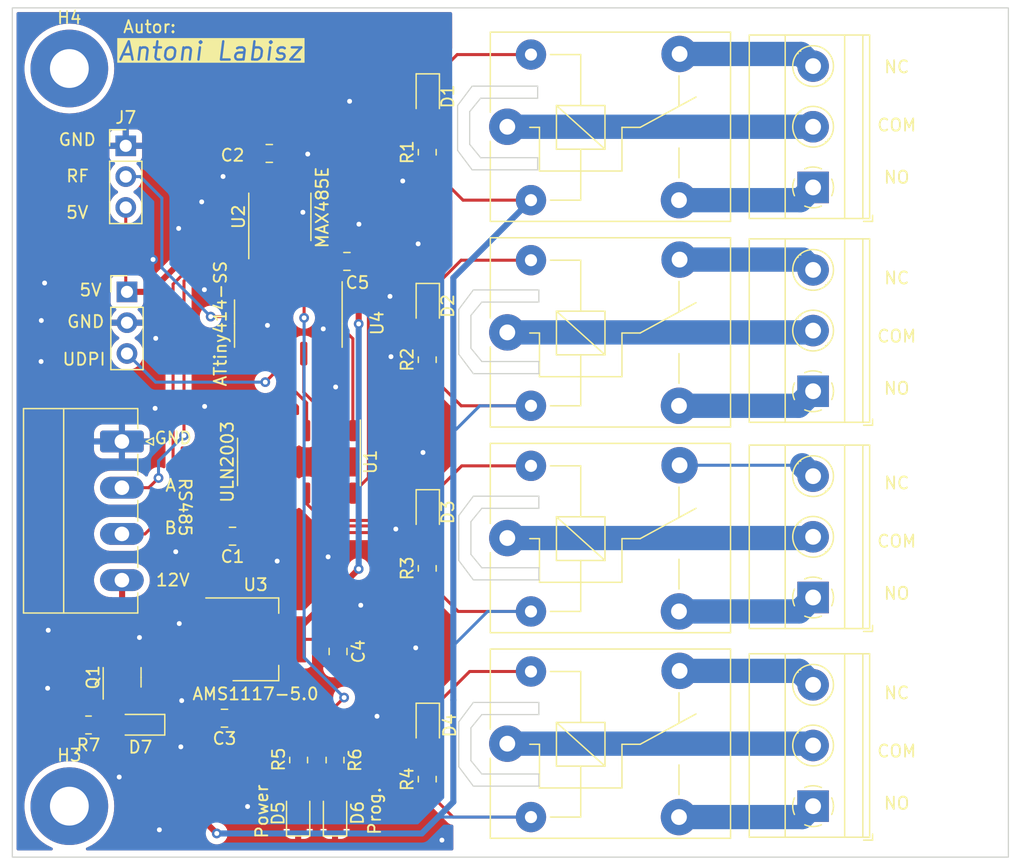
<source format=kicad_pcb>
(kicad_pcb (version 20221018) (generator pcbnew)
  (layers (0 "F.Cu" signal) (31 "B.Cu" signal) (34 "B.Paste" user) (35 "F.Paste" user) (36 "B.SilkS" user "B.Silkscreen") (37 "F.SilkS" user "F.Silkscreen") (38 "B.Mask" user) (39 "F.Mask" user) (44 "Edge.Cuts" user))
  (net 0 "")
  (net 1 "+12V")
  (net 2 "GND")
  (net 3 "+5V")
  (net 4 "A5")
  (net 5 "K3")
  (net 6 "Net-(D1-A)")
  (net 7 "K1")
  (net 8 "Net-(D2-A)")
  (net 9 "K4")
  (net 10 "Net-(D3-A)")
  (net 11 "K2")
  (net 12 "Net-(D4-A)")
  (net 13 "Net-(D5-A)")
  (net 14 "Net-(D6-A)")
  (net 15 "Net-(J1-Pin_1)")
  (net 16 "Net-(J1-Pin_2)")
  (net 17 "Net-(J1-Pin_3)")
  (net 18 "Net-(J2-Pin_1)")
  (net 19 "Net-(J2-Pin_2)")
  (net 20 "Net-(J2-Pin_3)")
  (net 21 "Net-(J3-Pin_1)")
  (net 22 "Net-(J3-Pin_2)")
  (net 23 "Net-(J3-Pin_3)")
  (net 24 "Net-(J4-Pin_1)")
  (net 25 "Net-(J4-Pin_2)")
  (net 26 "Net-(J4-Pin_3)")
  (net 27 "A")
  (net 28 "B")
  (net 29 "UDPI")
  (net 30 "A1")
  (net 31 "A2")
  (net 32 "A3")
  (net 33 "A4")
  (net 40 "RX")
  (net 41 "RE{slash}DE")
  (net 42 "TX")
  (net 45 "RF")
  (net 46 "Net-(D7-A)")
  (net 47 "+12VA")
  (footprint "MountingHole:MountingHole_3.2mm_M3_Pad_TopBottom" (layer "F.Cu") (at 178.35 110.35)
    (fp_text reference "H3")
    (fp_text value "MountingHole")
  )
  (footprint "MountingHole:MountingHole_3.2mm_M3" (layer "F.Cu") (at 251.9 49.55)
    (fp_text reference "H1")
    (fp_text value "MountingHole")
  )
  (footprint "Relay_THT:Relay_SPDT_SANYOU_SRD_Series_Form_C" (layer "F.Cu") (at 214.45 88.25)
    (fp_text reference "K3")
    (fp_text value "SANYOU_SRD_Form_C")
  )
  (footprint "Capacitor_SMD:C_0805_2012Metric_Pad1.18x1.45mm_HandSolder" (layer "F.Cu") (at 191.8 88.1 180)
    (fp_text reference "C1")
    (fp_text value "100n")
  )
  (footprint "Capacitor_SMD:C_0805_2012Metric_Pad1.18x1.45mm_HandSolder" (layer "F.Cu") (at 194.83 56.55 180)
    (fp_text reference "C2")
    (fp_text value "100n")
  )
  (footprint "LED_SMD:LED_0805_2012Metric_Pad1.15x1.40mm_HandSolder" (layer "F.Cu") (at 207.895 69.125 -90)
    (fp_text reference "D2")
    (fp_text value "LED_Small")
  )
  (footprint "MountingHole:MountingHole_3.2mm_M3" (layer "F.Cu") (at 251.9 110.35)
    (fp_text reference "H2")
    (fp_text value "MountingHole")
  )
  (footprint "LED_SMD:LED_0805_2012Metric_Pad1.15x1.40mm_HandSolder" (layer "F.Cu") (at 207.895 51.85 -90)
    (fp_text reference "D1")
    (fp_text value "LED_Small")
  )
  (footprint "Package_SO:SOIC-14_3.9x8.7mm_P1.27mm" (layer "F.Cu") (at 196.4 70.575 -90)
    (fp_text reference "U4")
    (fp_text value "ATtiny414-SS")
  )
  (footprint "Package_TO_SOT_SMD:SOT-23-3" (layer "F.Cu") (at 182.7 99.73 90)
    (fp_text reference "Q1")
    (fp_text value "AO3407A")
  )
  (footprint "LED_SMD:LED_0805_2012Metric_Pad1.15x1.40mm_HandSolder" (layer "F.Cu") (at 207.895 86.125 -90)
    (fp_text reference "D3")
    (fp_text value "LED_Small")
  )
  (footprint "Resistor_SMD:R_0805_2012Metric_Pad1.20x1.40mm_HandSolder" (layer "F.Cu") (at 197.25 106.55 -90)
    (fp_text reference "R5")
    (fp_text value "1k")
  )
  (footprint "Capacitor_SMD:C_0805_2012Metric_Pad1.18x1.45mm_HandSolder" (layer "F.Cu") (at 201.23 65.45 180)
    (fp_text reference "C5")
    (fp_text value "100n")
  )
  (footprint "Package_TO_SOT_SMD:SOT-223-3_TabPin2" (layer "F.Cu") (at 193.7 96.6)
    (fp_text reference "U3")
    (fp_text value "AMS1117-5.0")
  )
  (footprint "TerminalBlock_Phoenix:TerminalBlock_Phoenix_MKDS-1,5-3_1x03_P5.00mm_Horizontal" (layer "F.Cu") (at 239.655 93.15 90)
    (fp_text reference "J3")
    (fp_text value "Screw_Terminal_01x03")
  )
  (footprint "Package_SO:SO-8_3.9x4.9mm_P1.27mm" (layer "F.Cu") (at 195.7 61.775 90)
    (fp_text reference "U2")
    (fp_text value "MAX485E")
  )
  (footprint "Connector_PinHeader_2.54mm:PinHeader_1x03_P2.54mm_Vertical" (layer "F.Cu") (at 183.1 67.96)
    (fp_text reference "J6")
    (fp_text value "Conn_01x03")
  )
  (footprint "Relay_THT:Relay_SPDT_SANYOU_SRD_Series_Form_C" (layer "F.Cu") (at 214.45 71.3)
    (fp_text reference "K2")
    (fp_text value "SANYOU_SRD_Form_C")
  )
  (footprint "Relay_THT:Relay_SPDT_SANYOU_SRD_Series_Form_C" (layer "F.Cu") (at 214.45 105.2)
    (fp_text reference "K4")
    (fp_text value "SANYOU_SRD_Form_C")
  )
  (footprint "TerminalBlock_Phoenix:TerminalBlock_Phoenix_MKDS-1,5-3_1x03_P5.00mm_Horizontal" (layer "F.Cu") (at 239.655 110.35 90)
    (fp_text reference "J4")
    (fp_text value "Screw_Terminal_01x03")
  )
  (footprint "Resistor_SMD:R_0805_2012Metric_Pad1.20x1.40mm_HandSolder" (layer "F.Cu") (at 200.25 106.55 -90)
    (fp_text reference "R6")
    (fp_text value "1k")
  )
  (footprint "Resistor_SMD:R_0805_2012Metric_Pad1.20x1.40mm_HandSolder" (layer "F.Cu") (at 207.85 108.125 90)
    (fp_text reference "R4")
    (fp_text value "1k")
  )
  (footprint "MountingHole:MountingHole_3.2mm_M3_Pad_TopBottom" (layer "F.Cu") (at 178.35 49.55)
    (fp_text reference "H4")
    (fp_text value "MountingHole")
  )
  (footprint "Diode_SMD:D_SOD-323_HandSoldering" (layer "F.Cu") (at 184.2075 103.64 180)
    (fp_text reference "D7")
    (fp_text value "13V")
  )
  (footprint "Capacitor_SMD:C_0805_2012Metric_Pad1.18x1.45mm_HandSolder" (layer "F.Cu") (at 191.1375 103.1 180)
    (fp_text reference "C3")
    (fp_text value "22u")
  )
  (footprint "TerminalBlock_Phoenix:TerminalBlock_Phoenix_MKDS-1,5-3_1x03_P5.00mm_Horizontal" (layer "F.Cu") (at 239.655 59.35 90)
    (fp_text reference "J1")
    (fp_text value "Screw_Terminal_01x03")
  )
  (footprint "Capacitor_SMD:C_0805_2012Metric_Pad1.18x1.45mm_HandSolder" (layer "F.Cu") (at 200.5 97.6 -90)
    (fp_text reference "C4")
    (fp_text value "22u")
  )
  (footprint "Connector_Phoenix_MC:PhoenixContact_MC_1,5_4-G-3.81_1x04_P3.81mm_Horizontal" (layer "F.Cu") (at 182.6825 80.29 -90)
    (fp_text reference "J5")
    (fp_text value "Screw_Terminal_01x04")
  )
  (footprint "LED_SMD:LED_0805_2012Metric_Pad1.15x1.40mm_HandSolder" (layer "F.Cu") (at 200.25 110.95 90)
    (fp_text reference "D6")
    (fp_text value "LED_Small")
  )
  (footprint "Package_SO:SO-16_3.9x9.9mm_P1.27mm" (layer "F.Cu") (at 197.275 81.975 -90)
    (fp_text reference "U1")
    (fp_text value "ULN2003")
  )
  (footprint "LED_SMD:LED_0805_2012Metric_Pad1.15x1.40mm_HandSolder" (layer "F.Cu") (at 197.21 110.95 90)
    (fp_text reference "D5")
    (fp_text value "LED_Small")
  )
  (footprint "Resistor_SMD:R_0805_2012Metric_Pad1.20x1.40mm_HandSolder" (layer "F.Cu") (at 179.93 103.66 180)
    (fp_text reference "R7")
    (fp_text value "10k")
  )
  (footprint "Resistor_SMD:R_0805_2012Metric_Pad1.20x1.40mm_HandSolder" (layer "F.Cu") (at 207.85 56.45 90)
    (fp_text reference "R1")
    (fp_text value "1k")
  )
  (footprint "Resistor_SMD:R_0805_2012Metric_Pad1.20x1.40mm_HandSolder" (layer "F.Cu") (at 207.85 90.75 90)
    (fp_text reference "R3")
    (fp_text value "1k")
  )
  (footprint "Resistor_SMD:R_0805_2012Metric_Pad1.20x1.40mm_HandSolder" (layer "F.Cu") (at 207.85 73.55 90)
    (fp_text reference "R2")
    (fp_text value "1k")
  )
  (footprint "TerminalBlock_Phoenix:TerminalBlock_Phoenix_MKDS-1,5-3_1x03_P5.00mm_Horizontal" (layer "F.Cu") (at 239.655 76.15 90)
    (fp_text reference "J2")
    (fp_text value "Screw_Terminal_01x03")
  )
  (footprint "LED_SMD:LED_0805_2012Metric_Pad1.15x1.40mm_HandSolder" (layer "F.Cu") (at 207.895 103.725 -90)
    (fp_text reference "D4")
    (fp_text value "LED_Small")
  )
  (footprint "Connector_PinHeader_2.54mm:PinHeader_1x03_P2.54mm_Vertical" (layer "F.Cu") (at 183 55.92)
    (fp_text reference "J7")
    (fp_text value "Conn_01x03")
  )
  (footprint "Relay_THT:Relay_SPDT_SANYOU_SRD_Series_Form_C" (layer "F.Cu") (at 214.45 54.35)
    (fp_text reference "K1")
    (fp_text value "SANYOU_SRD_Form_C")
  )
  (gr_line (start 210.45 86.4) (end 210.45 90.1) (stroke (width 0.1)) (layer "Edge.Cuts"))
  (gr_line (start 217.05 91.7) (end 211.65 91.7) (stroke (width 0.1)) (layer "Edge.Cuts"))
  (gr_line (start 217.05 68.8) (end 217.05 67.8) (stroke (width 0.1)) (layer "Edge.Cuts"))
  (gr_line (start 211.55 51) (end 210.35 52.6) (stroke (width 0.1)) (layer "Edge.Cuts"))
  (gr_line (start 217.05 90.7) (end 212.35 90.7) (stroke (width 0.1)) (layer "Edge.Cuts"))
  (gr_line (start 217.05 67.8) (end 211.65 67.8) (stroke (width 0.1)) (layer "Edge.Cuts"))
  (gr_line (start 217.05 102.8) (end 212.35 102.8) (stroke (width 0.1)) (layer "Edge.Cuts"))
  (gr_line (start 211.45 69.9) (end 211.45 72.6) (stroke (width 0.1)) (layer "Edge.Cuts"))
  (gr_line (start 211.55 57.9) (end 210.35 56.3) (stroke (width 0.1)) (layer "Edge.Cuts"))
  (gr_line (start 210.35 52.6) (end 210.35 56.3) (stroke (width 0.1)) (layer "Edge.Cuts"))
  (gr_line (start 211.65 84.8) (end 210.45 86.4) (stroke (width 0.1)) (layer "Edge.Cuts"))
  (gr_line (start 211.65 74.7) (end 210.45 73.1) (stroke (width 0.1)) (layer "Edge.Cuts"))
  (gr_line (start 212.25 52) (end 211.35 53.1) (stroke (width 0.1)) (layer "Edge.Cuts"))
  (gr_line (start 212.35 90.7) (end 211.45 89.6) (stroke (width 0.1)) (layer "Edge.Cuts"))
  (gr_line (start 211.45 103.9) (end 211.45 106.6) (stroke (width 0.1)) (layer "Edge.Cuts"))
  (gr_line (start 212.25 56.9) (end 211.35 55.8) (stroke (width 0.1)) (layer "Edge.Cuts"))
  (gr_line (start 217.05 74.7) (end 211.65 74.7) (stroke (width 0.1)) (layer "Edge.Cuts"))
  (gr_line (start 212.35 68.8) (end 211.45 69.9) (stroke (width 0.1)) (layer "Edge.Cuts"))
  (gr_line (start 217.05 90.7) (end 217.05 91.7) (stroke (width 0.1)) (layer "Edge.Cuts"))
  (gr_line (start 216.95 52) (end 212.25 52) (stroke (width 0.1)) (layer "Edge.Cuts"))
  (gr_line (start 216.95 51) (end 211.55 51) (stroke (width 0.1)) (layer "Edge.Cuts"))
  (gr_line (start 217.05 108.7) (end 211.65 108.7) (stroke (width 0.1)) (layer "Edge.Cuts"))
  (gr_line (start 212.35 107.7) (end 211.45 106.6) (stroke (width 0.1)) (layer "Edge.Cuts"))
  (gr_line (start 217.05 101.8) (end 211.65 101.8) (stroke (width 0.1)) (layer "Edge.Cuts"))
  (gr_line (start 211.65 101.8) (end 210.45 103.4) (stroke (width 0.1)) (layer "Edge.Cuts"))
  (gr_line (start 216.95 56.9) (end 212.25 56.9) (stroke (width 0.1)) (layer "Edge.Cuts"))
  (gr_line (start 210.45 69.4) (end 210.45 73.1) (stroke (width 0.1)) (layer "Edge.Cuts"))
  (gr_line (start 217.05 107.7) (end 217.05 108.7) (stroke (width 0.1)) (layer "Edge.Cuts"))
  (gr_line (start 217.05 73.7) (end 212.35 73.7) (stroke (width 0.1)) (layer "Edge.Cuts"))
  (gr_line (start 212.35 85.8) (end 211.45 86.9) (stroke (width 0.1)) (layer "Edge.Cuts"))
  (gr_line (start 212.35 102.8) (end 211.45 103.9) (stroke (width 0.1)) (layer "Edge.Cuts"))
  (gr_line (start 216.95 56.9) (end 216.95 57.9) (stroke (width 0.1)) (layer "Edge.Cuts"))
  (gr_line (start 216.95 57.9) (end 211.55 57.9) (stroke (width 0.1)) (layer "Edge.Cuts"))
  (gr_line (start 211.45 86.9) (end 211.45 89.6) (stroke (width 0.1)) (layer "Edge.Cuts"))
  (gr_rect (start 173.65 44.55) (end 255.75 114.55) (stroke (width 0.1)) (fill none) (layer "Edge.Cuts"))
  (gr_line (start 210.45 103.4) (end 210.45 107.1) (stroke (width 0.1)) (layer "Edge.Cuts"))
  (gr_line (start 217.05 68.8) (end 212.35 68.8) (stroke (width 0.1)) (layer "Edge.Cuts"))
  (gr_line (start 211.35 53.1) (end 211.35 55.8) (stroke (width 0.1)) (layer "Edge.Cuts"))
  (gr_line (start 216.95 52) (end 216.95 51) (stroke (width 0.1)) (layer "Edge.Cuts"))
  (gr_line (start 211.65 91.7) (end 210.45 90.1) (stroke (width 0.1)) (layer "Edge.Cuts"))
  (gr_line (start 217.05 84.8) (end 211.65 84.8) (stroke (width 0.1)) (layer "Edge.Cuts"))
  (gr_line (start 217.05 73.7) (end 217.05 74.7) (stroke (width 0.1)) (layer "Edge.Cuts"))
  (gr_line (start 217.05 85.8) (end 217.05 84.8) (stroke (width 0.1)) (layer "Edge.Cuts"))
  (gr_line (start 211.65 67.8) (end 210.45 69.4) (stroke (width 0.1)) (layer "Edge.Cuts"))
  (gr_line (start 217.05 102.8) (end 217.05 101.8) (stroke (width 0.1)) (layer "Edge.Cuts"))
  (gr_line (start 211.65 108.7) (end 210.45 107.1) (stroke (width 0.1)) (layer "Edge.Cuts"))
  (gr_line (start 212.35 73.7) (end 211.45 72.6) (stroke (width 0.1)) (layer "Edge.Cuts"))
  (gr_line (start 217.05 107.7) (end 212.35 107.7) (stroke (width 0.1)) (layer "Edge.Cuts"))
  (gr_line (start 217.05 85.8) (end 212.35 85.8) (stroke (width 0.1)) (layer "Edge.Cuts"))
  (gr_text "NO" (at 245.4 76.5) (layer "F.SilkS") (effects (font (size 1 1)) (justify left bottom)))
  (gr_text "COM" (at 244.852381 89.1) (layer "F.SilkS") (effects (font (size 1 1)) (justify left bottom)))
  (gr_text "12V" (at 185.4 92.3) (layer "F.SilkS") (effects (font (size 1 1)) (justify left bottom)))
  (gr_text "5V" (at 179 62) (layer "F.SilkS") (effects (font (size 1 1)) (justify bottom)))
  (gr_text "GND" (at 179 56) (layer "F.SilkS") (effects (font (size 1 1)) (justify bottom)))
  (gr_text "COM" (at 244.852381 106.4) (layer "F.SilkS") (effects (font (size 1 1)) (justify left bottom)))
  (gr_text "Power" (at 194.8 113.1 90) (layer "F.SilkS") (effects (font (size 1 1)) (justify left bottom)))
  (gr_text "B" (at 186.1 88) (layer "F.SilkS") (effects (font (size 1 1)) (justify left bottom)))
  (gr_text "NC" (at 245.42381 50) (layer "F.SilkS") (effects (font (size 1 1)) (justify left bottom)))
  (gr_text "COM" (at 244.852381 54.8) (layer "F.SilkS") (effects (font (size 1 1)) (justify left bottom)))
  (gr_text "5V" (at 180.1 68.4) (layer "F.SilkS") (effects (font (size 1 1)) (justify bottom)))
  (gr_text "Antoni Labisz" (at 190 49) (layer "F.SilkS" knockout) (effects (font (size 1.5 1.5) (thickness 0.2) bold italic) (justify bottom)))
  (gr_text "RF" (at 178 59) (layer "F.SilkS") (effects (font (size 1 1)) (justify left bottom)))
  (gr_text "NO" (at 245.4 59.1) (layer "F.SilkS") (effects (font (size 1 1)) (justify left bottom)))
  (gr_text "NO" (at 245.4 110.7) (layer "F.SilkS") (effects (font (size 1 1)) (justify left bottom)))
  (gr_text "NC" (at 245.42381 67.4) (layer "F.SilkS") (effects (font (size 1 1)) (justify left bottom)))
  (gr_text "Prog." (at 204.1 112.8 90) (layer "F.SilkS") (effects (font (size 1 1)) (justify left bottom)))
  (gr_text "A" (at 186.171429 84.5) (layer "F.SilkS") (effects (font (size 1 1)) (justify left bottom)))
  (gr_text "COM" (at 244.852381 72.2) (layer "F.SilkS") (effects (font (size 1 1)) (justify left bottom)))
  (gr_text "GND" (at 185.2825 80.59) (layer "F.SilkS") (effects (font (size 1 1)) (justify left bottom)))
  (gr_text "GND" (at 179.7 71) (layer "F.SilkS") (effects (font (size 1 1)) (justify bottom)))
  (gr_text "NO" (at 245.4 93.4) (layer "F.SilkS") (effects (font (size 1 1)) (justify left bottom)))
  (gr_text "NC" (at 245.42381 84.3) (layer "F.SilkS") (effects (font (size 1 1)) (justify left bottom)))
  (gr_text "NC" (at 245.42381 101.6) (layer "F.SilkS") (effects (font (size 1 1)) (justify left bottom)))
  (gr_text "Autor:" (at 182.7 46.7) (layer "F.SilkS") (effects (font (size 1 1)) (justify left bottom)))
  (gr_text "RS485" (at 187.3 83.2 -90) (layer "F.SilkS") (effects (font (size 1 1)) (justify left bottom)))
  (gr_text "UDPI" (at 177.7 74.1) (layer "F.SilkS") (effects (font (size 1 1)) (justify left bottom)))
  (segment (start 185.4575 103.64) (end 189.56 103.64) (width 0.5) (layer "F.Cu") (net 1))
  (segment (start 189.56 103.64) (end 190.1 103.1) (width 0.5) (layer "F.Cu") (net 1))
  (segment (start 183.65 100.8675) (end 183.65 101.8325) (width 0.5) (layer "F.Cu") (net 1))
  (segment (start 192.83 88.0925) (end 192.8375 88.1) (width 0.25) (layer "F.Cu") (net 1))
  (segment (start 183.65 101.8325) (end 185.4575 103.64) (width 0.5) (layer "F.Cu") (net 1))
  (segment (start 210.65 77.35) (end 207.85 74.55) (width 0.25) (layer "F.Cu") (net 1))
  (segment (start 190.55 98.9) (end 190.55 102.65) (width 0.5) (layer "F.Cu") (net 1))
  (segment (start 216.4 77.35) (end 210.65 77.35) (width 0.25) (layer "F.Cu") (net 1))
  (segment (start 216.4 111.25) (end 209.975 111.25) (width 0.25) (layer "F.Cu") (net 1))
  (segment (start 210.8 60.4) (end 207.85 57.45) (width 0.25) (layer "F.Cu") (net 1))
  (segment (start 210.4 94.3) (end 207.85 91.75) (width 0.25) (layer "F.Cu") (net 1))
  (segment (start 185.4575 107.5575) (end 190.5 112.6) (width 0.5) (layer "F.Cu") (net 1))
  (segment (start 188.53 91.72) (end 190.18 91.72) (width 0.5) (layer "F.Cu") (net 1))
  (segment (start 192.83 84.55) (end 192.83 88.0925) (width 0.5) (layer "F.Cu") (net 1))
  (segment (start 192.8375 89.0625) (end 192.8375 88.1) (width 0.5) (layer "F.Cu") (net 1))
  (segment (start 216.4 60.4) (end 210.8 60.4) (width 0.25) (layer "F.Cu") (net 1))
  (segment (start 191.1 105.6) (end 191.15 105.55) (width 0.25) (layer "F.Cu") (net 1))
  (segment (start 190.55 102.65) (end 190.1 103.1) (width 0.5) (layer "F.Cu") (net 1))
  (segment (start 191.15 105.55) (end 197.25 105.55) (width 0.25) (layer "F.Cu") (net 1))
  (segment (start 190.1 104.6) (end 191.1 105.6) (width 0.25) (layer "F.Cu") (net 1))
  (segment (start 190.1 103.1) (end 190.1 104.6) (width 0.25) (layer "F.Cu") (net 1))
  (segment (start 209.975 111.25) (end 207.85 109.125) (width 0.25) (layer "F.Cu") (net 1))
  (segment (start 185.4575 94.7925) (end 188.53 91.72) (width 0.5) (layer "F.Cu") (net 1))
  (segment (start 185.4575 103.64) (end 185.4575 94.7925) (width 0.5) (layer "F.Cu") (net 1))
  (segment (start 216.4 94.3) (end 210.4 94.3) (width 0.25) (layer "F.Cu") (net 1))
  (segment (start 190.18 91.72) (end 192.8375 89.0625) (width 0.5) (layer "F.Cu") (net 1))
  (segment (start 185.4575 103.64) (end 185.4575 107.5575) (width 0.5) (layer "F.Cu") (net 1))
  (via (at 190.5 112.6) (size 0.8) (drill 0.4) (layers "F.Cu" "B.Cu") (net 1))
  (segment (start 216.4 77.35) (end 212.175 77.35) (width 0.25) (layer "B.Cu") (net 1))
  (segment (start 190.5 112.6) (end 207.4 112.6) (width 0.5) (layer "B.Cu") (net 1))
  (segment (start 210 97.125) (end 212.825 94.3) (width 0.25) (layer "B.Cu") (net 1))
  (segment (start 210 110) (end 208.2 111.8) (width 0.5) (layer "B.Cu") (net 1))
  (segment (start 210 101.6) (end 210 110) (width 0.5) (layer "B.Cu") (net 1))
  (segment (start 212.175 77.35) (end 210.225 79.3) (width 0.25) (layer "B.Cu") (net 1))
  (segment (start 210 66.8) (end 216.4 60.4) (width 0.5) (layer "B.Cu") (net 1))
  (segment (start 210 79.075) (end 210 66.8) (width 0.5) (layer "B.Cu") (net 1))
  (segment (start 212.825 94.3) (end 216.4 94.3) (width 0.25) (layer "B.Cu") (net 1))
  (segment (start 207.4 112.6) (end 208.2 111.8) (width 0.5) (layer "B.Cu") (net 1))
  (segment (start 210 101.6) (end 210 97.125) (width 0.5) (layer "B.Cu") (net 1))
  (segment (start 210 97.125) (end 210 79.075) (width 0.5) (layer "B.Cu") (net 1))
  (segment (start 216.4 111.25) (end 208.75 111.25) (width 0.25) (layer "B.Cu") (net 1))
  (segment (start 208.75 111.25) (end 208.2 111.8) (width 0.25) (layer "B.Cu") (net 1))
  (via (at 200.3 75.8) (size 0.8) (drill 0.4) (layers "F.Cu" "B.Cu") (net 2))
  (via (at 176.61 95.85) (size 0.8) (drill 0.4) (layers "F.Cu" "B.Cu") (net 2))
  (via (at 176.31 67.23) (size 0.8) (drill 0.4) (layers "F.Cu" "B.Cu") (net 2))
  (via (at 207.1 64) (size 0.8) (drill 0.4) (layers "F.Cu" "B.Cu") (net 2))
  (via (at 195.48 90.15) (size 0.8) (drill 0.4) (layers "F.Cu" "B.Cu") (net 2))
  (via (at 197.6 61.4) (size 0.8) (drill 0.4) (layers "F.Cu" "B.Cu") (net 2))
  (via (at 187.36 62.73) (size 0.8) (drill 0.4) (layers "F.Cu" "B.Cu") (net 2))
  (via (at 184.13 96.45) (size 0.8) (drill 0.4) (layers "F.Cu" "B.Cu") (net 2))
  (via (at 205.26 87.51) (size 0.8) (drill 0.4) (layers "F.Cu" "B.Cu") (net 2))
  (via (at 176.56 100.63) (size 0.8) (drill 0.4) (layers "F.Cu" "B.Cu") (net 2))
  (via (at 189.26 60.54) (size 0.8) (drill 0.4) (layers "F.Cu" "B.Cu") (net 2))
  (via (at 209.06 113.15) (size 0.8) (drill 0.4) (layers "F.Cu" "B.Cu") (net 2))
  (via (at 202.22 62.38) (size 0.8) (drill 0.4) (layers "F.Cu" "B.Cu") (net 2))
  (via (at 207.5 81.2) (size 0.8) (drill 0.4) (layers "F.Cu" "B.Cu") (net 2))
  (via (at 198 56.6) (size 0.8) (drill 0.4) (layers "F.Cu" "B.Cu") (net 2))
  (via (at 182.46 107.95) (size 0.8) (drill 0.4) (layers "F.Cu" "B.Cu") (net 2))
  (via (at 205.83 58.82) (size 0.8) (drill 0.4) (layers "F.Cu" "B.Cu") (net 2))
  (via (at 191.02 58.45) (size 0.8) (drill 0.4) (layers "F.Cu" "B.Cu") (net 2))
  (via (at 202.37 93.79) (size 0.8) (drill 0.4) (layers "F.Cu" "B.Cu") (net 2))
  (via (at 185.25 65.29) (size 0.8) (drill 0.4) (layers "F.Cu" "B.Cu") (net 2))
  (via (at 189.48 67.78) (size 0.8) (drill 0.4) (layers "F.Cu" "B.Cu") (net 2))
  (via (at 187.12 89.38) (size 0.8) (drill 0.4) (layers "F.Cu" "B.Cu") (net 2))
  (via (at 176.04 70.32) (size 0.8) (drill 0.4) (layers "F.Cu" "B.Cu") (net 2))
  (via (at 194.68 70.72) (size 0.8) (drill 0.4) (layers "F.Cu" "B.Cu") (net 2))
  (via (at 206.9 97.3) (size 0.8) (drill 0.4) (layers "F.Cu" "B.Cu") (net 2))
  (via (at 203.71 102.94) (size 0.8) (drill 0.4) (layers "F.Cu" "B.Cu") (net 2))
  (via (at 185.77 112.3) (size 0.8) (drill 0.4) (layers "F.Cu" "B.Cu") (net 2))
  (via (at 187.61 101.65) (size 0.8) (drill 0.4) (layers "F.Cu" "B.Cu") (net 2))
  (via (at 204.78 68.33) (size 0.8) (drill 0.4) (layers "F.Cu" "B.Cu") (net 2))
  (via (at 199.68 89.8) (size 0.8) (drill 0.4) (layers "F.Cu" "B.Cu") (net 2))
  (via (at 185.42 77.56) (size 0.8) (drill 0.4) (layers "F.Cu" "B.Cu") (net 2))
  (via (at 201.45 52.25) (size 0.8) (drill 0.4) (layers "F.Cu" "B.Cu") (net 2))
  (via (at 187.54 105.46) (size 0.8) (drill 0.4) (layers "F.Cu" "B.Cu") (net 2))
  (via (at 199.28 71.01) (size 0.8) (drill 0.4) (layers "F.Cu" "B.Cu") (net 2))
  (via (at 204.86 73.3) (size 0.8) (drill 0.4) (layers "F.Cu" "B.Cu") (net 2))
  (via (at 187.41 95.3) (size 0.8) (drill 0.4) (layers "F.Cu" "B.Cu") (net 2))
  (via (at 189.5 77.4) (size 0.8) (drill 0.4) (layers "F.Cu" "B.Cu") (net 2))
  (via (at 185.47 71.79) (size 0.8) (drill 0.4) (layers "F.Cu" "B.Cu") (net 2))
  (via (at 193.04 110.38) (size 0.8) (drill 0.4) (layers "F.Cu" "B.Cu") (net 2))
  (via (at 176.02 73.7) (size 0.8) (drill 0.4) (layers "F.Cu" "B.Cu") (net 2))
  (segment (start 183.1 67.96) (end 185.035 67.96) (width 0.5) (layer "F.Cu") (net 3))
  (segment (start 193.7925 54.6075) (end 194.64 53.76) (width 0.5) (layer "F.Cu") (net 3))
  (segment (start 197.16 53.76) (end 200.1925 56.7925) (width 0.5) (layer "F.Cu") (net 3))
  (segment (start 202.2 69.6) (end 200.7 68.1) (width 0.5) (layer "F.Cu") (net 3))
  (segment (start 185.035 67.96) (end 193.795 59.2) (width 0.5) (layer "F.Cu") (net 3))
  (segment (start 193.795 59.2) (end 193.795 56.5525) (width 0.5) (layer "F.Cu") (net 3))
  (segment (start 193.795 56.5525) (end 193.7925 56.55) (width 0.25) (layer "F.Cu") (net 3))
  (segment (start 202.2 70.6) (end 202.2 69.6) (width 0.5) (layer "F.Cu") (net 3))
  (segment (start 200.1925 56.7925) (end 200.1925 65.45) (width 0.5) (layer "F.Cu") (net 3))
  (segment (start 193.7925 56.55) (end 193.7925 54.6075) (width 0.5) (layer "F.Cu") (net 3))
  (segment (start 190.55 96.6) (end 196.85 96.6) (width 0.5) (layer "F.Cu") (net 3))
  (segment (start 196.85 96.15) (end 202.2 90.8) (width 0.5) (layer "F.Cu") (net 3))
  (segment (start 183 67.86) (end 183.1 67.96) (width 0.25) (layer "F.Cu") (net 3))
  (segment (start 200.4625 96.6) (end 200.5 96.5625) (width 0.25) (layer "F.Cu") (net 3))
  (segment (start 200.21 65.4675) (end 200.1925 65.45) (width 0.25) (layer "F.Cu") (net 3))
  (segment (start 183 61) (end 183 67.86) (width 0.25) (layer "F.Cu") (net 3))
  (segment (start 194.64 53.76) (end 197.16 53.76) (width 0.5) (layer "F.Cu") (net 3))
  (segment (start 200.7 68.1) (end 200.21 68.1) (width 0.5) (layer "F.Cu") (net 3))
  (segment (start 196.85 96.6) (end 200.4625 96.6) (width 0.25) (layer "F.Cu") (net 3))
  (segment (start 200.21 68.1) (end 200.21 65.4675) (width 0.5) (layer "F.Cu") (net 3))
  (segment (start 196.85 96.6) (end 196.85 96.15) (width 0.25) (layer "F.Cu") (net 3))
  (via (at 202.2 90.8) (size 0.8) (drill 0.4) (layers "F.Cu" "B.Cu") (net 3))
  (via (at 202.2 70.6) (size 0.8) (drill 0.4) (layers "F.Cu" "B.Cu") (net 3))
  (segment (start 202.2 90.8) (end 202.2 70.6) (width 0.5) (layer "B.Cu") (net 3))
  (segment (start 200.25 105.55) (end 200.25 102.15) (width 0.25) (layer "F.Cu") (net 4))
  (segment (start 197.7 68.13) (end 197.67 68.1) (width 0.25) (layer "F.Cu") (net 4))
  (segment (start 200.25 102.15) (end 201 101.4) (width 0.25) (layer "F.Cu") (net 4))
  (segment (start 197.7 70.1) (end 197.7 68.13) (width 0.25) (layer "F.Cu") (net 4))
  (via (at 201 101.4) (size 0.8) (drill 0.4) (layers "F.Cu" "B.Cu") (net 4))
  (via (at 197.7 70.1) (size 0.8) (drill 0.4) (layers "F.Cu" "B.Cu") (net 4))
  (segment (start 197.7 98.1) (end 197.7 70.1) (width 0.25) (layer "B.Cu") (net 4))
  (segment (start 201 101.4) (end 197.7 98.1) (width 0.25) (layer "B.Cu") (net 4))
  (segment (start 201.005001 87.25) (end 203.55 87.25) (width 0.25) (layer "F.Cu") (net 5))
  (segment (start 199.18 85.424999) (end 201.005001 87.25) (width 0.25) (layer "F.Cu") (net 5))
  (segment (start 203.55 87.25) (end 205.7 85.1) (width 0.25) (layer "F.Cu") (net 5))
  (segment (start 199.18 84.55) (end 199.18 85.424999) (width 0.25) (layer "F.Cu") (net 5))
  (segment (start 210.695 82.3) (end 207.895 85.1) (width 0.25) (layer "F.Cu") (net 5))
  (segment (start 216.4 82.3) (end 210.695 82.3) (width 0.25) (layer "F.Cu") (net 5))
  (segment (start 205.7 85.1) (end 207.895 85.1) (width 0.25) (layer "F.Cu") (net 5))
  (segment (start 207.895 55.405) (end 207.85 55.45) (width 0.25) (layer "F.Cu") (net 6))
  (segment (start 207.895 52.875) (end 207.895 55.405) (width 0.25) (layer "F.Cu") (net 6))
  (segment (start 203 68.1) (end 204.1 67) (width 0.25) (layer "F.Cu") (net 7))
  (segment (start 204.1 54.62) (end 207.895 50.825) (width 0.25) (layer "F.Cu") (net 7))
  (segment (start 204.1 67) (end 204.1 54.62) (width 0.25) (layer "F.Cu") (net 7))
  (segment (start 203 83.27) (end 203 68.1) (width 0.25) (layer "F.Cu") (net 7))
  (segment (start 210.32 48.4) (end 207.895 50.825) (width 0.25) (layer "F.Cu") (net 7))
  (segment (start 216.4 48.4) (end 210.32 48.4) (width 0.25) (layer "F.Cu") (net 7))
  (segment (start 201.72 84.55) (end 203 83.27) (width 0.25) (layer "F.Cu") (net 7))
  (segment (start 207.895 70.15) (end 207.895 72.505) (width 0.25) (layer "F.Cu") (net 8))
  (segment (start 207.895 72.505) (end 207.85 72.55) (width 0.25) (layer "F.Cu") (net 8))
  (segment (start 203.6 87.8) (end 204.2 88.4) (width 0.25) (layer "F.Cu") (net 9))
  (segment (start 204.2 99.005) (end 207.895 102.7) (width 0.25) (layer "F.Cu") (net 9))
  (segment (start 197.91 84.55) (end 197.91 85.424999) (width 0.25) (layer "F.Cu") (net 9))
  (segment (start 216.4 99.25) (end 211.345 99.25) (width 0.25) (layer "F.Cu") (net 9))
  (segment (start 211.345 99.25) (end 207.895 102.7) (width 0.25) (layer "F.Cu") (net 9))
  (segment (start 200.285001 87.8) (end 203.6 87.8) (width 0.25) (layer "F.Cu") (net 9))
  (segment (start 197.91 85.424999) (end 200.285001 87.8) (width 0.25) (layer "F.Cu") (net 9))
  (segment (start 204.2 88.4) (end 204.2 99.005) (width 0.25) (layer "F.Cu") (net 9))
  (segment (start 207.895 89.705) (end 207.85 89.75) (width 0.25) (layer "F.Cu") (net 10))
  (segment (start 207.895 87.15) (end 207.895 89.705) (width 0.25) (layer "F.Cu") (net 10))
  (segment (start 203 86.8) (end 203.7 86.1) (width 0.25) (layer "F.Cu") (net 11))
  (segment (start 201.220908 86.8) (end 203 86.8) (width 0.25) (layer "F.Cu") (net 11))
  (segment (start 201.1 86.7) (end 201.120908 86.7) (width 0.25) (layer "F.Cu") (net 11))
  (segment (start 210.645 65.35) (end 207.895 68.1) (width 0.25) (layer "F.Cu") (net 11))
  (segment (start 200.45 86.05) (end 201.1 86.7) (width 0.25) (layer "F.Cu") (net 11))
  (segment (start 216.4 65.35) (end 210.645 65.35) (width 0.25) (layer "F.Cu") (net 11))
  (segment (start 207.1 68.1) (end 207.895 68.1) (width 0.25) (layer "F.Cu") (net 11))
  (segment (start 200.45 84.55) (end 200.45 86.05) (width 0.25) (layer "F.Cu") (net 11))
  (segment (start 203.7 71.5) (end 207.1 68.1) (width 0.25) (layer "F.Cu") (net 11))
  (segment (start 201.120908 86.7) (end 201.220908 86.8) (width 0.25) (layer "F.Cu") (net 11))
  (segment (start 203.7 86.1) (end 203.7 71.5) (width 0.25) (layer "F.Cu") (net 11))
  (segment (start 207.85 107.125) (end 207.85 104.795) (width 0.25) (layer "F.Cu") (net 12))
  (segment (start 207.85 104.795) (end 207.895 104.75) (width 0.25) (layer "F.Cu") (net 12))
  (segment (start 197.25 109.885) (end 197.21 109.925) (width 0.25) (layer "F.Cu") (net 13))
  (segment (start 197.25 107.55) (end 197.25 109.885) (width 0.25) (layer "F.Cu") (net 13))
  (segment (start 200.25 107.55) (end 200.25 109.925) (width 0.25) (layer "F.Cu") (net 14))
  (segment (start 228.6 60.4) (end 238.605 60.4) (width 2) (layer "B.Cu") (net 15))
  (segment (start 238.605 60.4) (end 239.655 59.35) (width 2) (layer "B.Cu") (net 15))
  (segment (start 214.45 54.35) (end 239.655 54.35) (width 2) (layer "B.Cu") (net 16))
  (segment (start 228.65 48.35) (end 238.655 48.35) (width 2) (layer "B.Cu") (net 17))
  (segment (start 238.655 48.35) (end 239.655 49.35) (width 2) (layer "B.Cu") (net 17))
  (segment (start 228.6 77.35) (end 238.455 77.35) (width 2) (layer "B.Cu") (net 18))
  (segment (start 238.455 77.35) (end 239.655 76.15) (width 2) (layer "B.Cu") (net 18))
  (segment (start 214.45 71.3) (end 239.505 71.3) (width 2) (layer "B.Cu") (net 19))
  (segment (start 239.505 71.3) (end 239.655 71.15) (width 0.25) (layer "B.Cu") (net 19))
  (segment (start 228.65 65.3) (end 238.805 65.3) (width 2) (layer "B.Cu") (net 20))
  (segment (start 238.805 65.3) (end 239.655 66.15) (width 2) (layer "B.Cu") (net 20))
  (segment (start 238.505 94.3) (end 239.655 93.15) (width 2) (layer "B.Cu") (net 21))
  (segment (start 228.6 94.3) (end 238.505 94.3) (width 2) (layer "B.Cu") (net 21))
  (segment (start 239.555 88.25) (end 239.655 88.15) (width 0.25) (layer "B.Cu") (net 22))
  (segment (start 214.45 88.25) (end 239.555 88.25) (width 2) (layer "B.Cu") (net 22))
  (segment (start 228.65 82.25) (end 238.755 82.25) (width 0.25) (layer "B.Cu") (net 23))
  (segment (start 238.755 82.25) (end 239.655 83.15) (width 2) (layer "B.Cu") (net 23))
  (segment (start 228.6 111.25) (end 238.755 111.25) (width 2) (layer "B.Cu") (net 24))
  (segment (start 238.755 111.25) (end 239.655 110.35) (width 2) (layer "B.Cu") (net 24))
  (segment (start 239.505 105.2) (end 239.655 105.35) (width 0.25) (layer "B.Cu") (net 25))
  (segment (start 214.45 105.2) (end 239.505 105.2) (width 2) (layer "B.Cu") (net 25))
  (segment (start 238.505 99.2) (end 239.655 100.35) (width 2) (layer "B.Cu") (net 26))
  (segment (start 228.65 99.2) (end 238.505 99.2) (width 2) (layer "B.Cu") (net 26))
  (segment (start 196.335 61.165) (end 196.335 59.2) (width 0.25) (layer "F.Cu") (net 27))
  (segment (start 195.3 62.2) (end 196.335 61.165) (width 0.25) (layer "F.Cu") (net 27))
  (segment (start 182.6825 84.1) (end 184.9 84.1) (width 0.25) (layer "F.Cu") (net 27))
  (segment (start 187.8 67.063604) (end 192.663604 62.2) (width 0.25) (layer "F.Cu") (net 27))
  (segment (start 187.8 79.8) (end 187.8 67.063604) (width 0.25) (layer "F.Cu") (net 27))
  (segment (start 192.663604 62.2) (end 195.3 62.2) (width 0.25) (layer "F.Cu") (net 27))
  (segment (start 184.9 84.1) (end 185.7 83.3) (width 0.25) (layer "F.Cu") (net 27))
  (via (at 187.8 79.8) (size 0.8) (drill 0.4) (layers "F.Cu" "B.Cu") (net 27))
  (via (at 185.7 83.3) (size 0.8) (drill 0.4) (layers "F.Cu" "B.Cu") (net 27))
  (segment (start 185.7 81.9) (end 187.8 79.8) (width 0.25) (layer "B.Cu") (net 27))
  (segment (start 185.7 83.3) (end 185.7 81.9) (width 0.25) (layer "B.Cu") (net 27))
  (segment (start 195.065 60.835) (end 195.065 59.2) (width 0.25) (layer "F.Cu") (net 28))
  (segment (start 182.6825 87.91) (end 184.59 87.91) (width 0.25) (layer "F.Cu") (net 28))
  (segment (start 186.9 67.327208) (end 192.527208 61.7) (width 0.25) (layer "F.Cu") (net 28))
  (segment (start 194.2 61.7) (end 195.065 60.835) (width 0.25) (layer "F.Cu") (net 28))
  (segment (start 192.527208 61.7) (end 194.2 61.7) (width 0.25) (layer "F.Cu") (net 28))
  (segment (start 184.59 87.91) (end 186.9 85.6) (width 0.25) (layer "F.Cu") (net 28))
  (segment (start 186.9 85.6) (end 186.9 67.327208) (width 0.25) (layer "F.Cu") (net 28))
  (segment (start 195.13 74.77) (end 194.5 75.4) (width 0.25) (layer "F.Cu") (net 29))
  (segment (start 195.13 73.05) (end 195.13 74.77) (width 0.25) (layer "F.Cu") (net 29))
  (via (at 194.5 75.4) (size 0.8) (drill 0.4) (layers "F.Cu" "B.Cu") (net 29))
  (segment (start 185.46 75.4) (end 183.1 73.04) (width 0.25) (layer "B.Cu") (net 29))
  (segment (start 194.5 75.4) (end 185.46 75.4) (width 0.25) (layer "B.Cu") (net 29))
  (segment (start 196.4 75.6) (end 197.91 77.11) (width 0.25) (layer "F.Cu") (net 30))
  (segment (start 196.4 73.05) (end 196.4 75.6) (width 0.25) (layer "F.Cu") (net 30))
  (segment (start 197.91 77.11) (end 197.91 79.4) (width 0.25) (layer "F.Cu") (net 30))
  (segment (start 199.18 77.743604) (end 199.18 79.4) (width 0.25) (layer "F.Cu") (net 31))
  (segment (start 197.67 76.233604) (end 199.18 77.743604) (width 0.25) (layer "F.Cu") (net 31))
  (segment (start 197.67 73.05) (end 197.67 76.233604) (width 0.25) (layer "F.Cu") (net 31))
  (segment (start 200.45 78.377208) (end 200.45 79.4) (width 0.25) (layer "F.Cu") (net 32))
  (segment (start 198.94 73.05) (end 198.94 76.867208) (width 0.25) (layer "F.Cu") (net 32))
  (segment (start 198.94 76.867208) (end 200.45 78.377208) (width 0.25) (layer "F.Cu") (net 32))
  (segment (start 201.72 71.82) (end 201.72 79.4) (width 0.25) (layer "F.Cu") (net 33))
  (segment (start 198.94 69.04) (end 201.72 71.82) (width 0.25) (layer "F.Cu") (net 33))
  (segment (start 198.94 68.1) (end 198.94 69.04) (width 0.25) (layer "F.Cu") (net 33))
  (segment (start 193.795 68.035) (end 193.86 68.1) (width 0.25) (layer "F.Cu") (net 40))
  (segment (start 193.795 64.35) (end 193.795 68.035) (width 0.25) (layer "F.Cu") (net 40))
  (segment (start 195.065 64.35) (end 195.065 68.035) (width 0.25) (layer "F.Cu") (net 41))
  (segment (start 195.065 64.35) (end 196.335 64.35) (width 0.25) (layer "F.Cu") (net 41))
  (segment (start 195.065 68.035) (end 195.13 68.1) (width 0.25) (layer "F.Cu") (net 41))
  (segment (start 192.59 62.91) (end 192.59 68.1) (width 0.25) (layer "F.Cu") (net 42))
  (segment (start 197.4 62.7) (end 192.8 62.7) (width 0.25) (layer "F.Cu") (net 42))
  (segment (start 197.605 64.35) (end 197.605 62.905) (width 0.25) (layer "F.Cu") (net 42))
  (segment (start 192.8 62.7) (end 192.59 62.91) (width 0.25) (layer "F.Cu") (net 42))
  (segment (start 197.605 62.905) (end 197.4 62.7) (width 0.25) (layer "F.Cu") (net 42))
  (segment (start 190 70) (end 191.784999 70) (width 0.25) (layer "F.Cu") (net 45))
  (segment (start 193.86 72.075001) (end 193.86 73.05) (width 0.25) (layer "F.Cu") (net 45))
  (segment (start 191.784999 70) (end 193.86 72.075001) (width 0.25) (layer "F.Cu") (net 45))
  (via (at 190 70) (size 0.8) (drill 0.4) (layers "F.Cu" "B.Cu") (net 45))
  (segment (start 185.975 60.232919) (end 185.975 65.975) (width 0.25) (layer "B.Cu") (net 45))
  (segment (start 183 58.46) (end 184.202081 58.46) (width 0.25) (layer "B.Cu") (net 45))
  (segment (start 184.202081 58.46) (end 185.975 60.232919) (width 0.25) (layer "B.Cu") (net 45))
  (segment (start 185.975 65.975) (end 190 70) (width 0.25) (layer "B.Cu") (net 45))
  (segment (start 180.93 103.66) (end 182.9375 103.66) (width 0.25) (layer "F.Cu") (net 46))
  (segment (start 181.75 100.8675) (end 181.75 102.84) (width 0.25) (layer "F.Cu") (net 46))
  (segment (start 182.9375 103.66) (end 182.9575 103.64) (width 0.25) (layer "F.Cu") (net 46))
  (segment (start 181.75 102.84) (end 180.93 103.66) (width 0.25) (layer "F.Cu") (net 46))
  (segment (start 182.7 98.5925) (end 182.7 92.373896) (width 0.5) (layer "F.Cu") (net 47))
  (segment (start 182.7 92.373896) (end 182.364302 92.038198) (width 0.25) (layer "F.Cu") (net 47))
  (zone (net 2) (net_name "GND") (layers "F&B.Cu") (connect_pads (clearance 0.5)) (min_thickness 0.25) (fill yes (thermal_gap 0.5) (thermal_bridge_width 0.5))
    (polygon (pts (xy 210 114) (xy 209.9 44.9) (xy 174 44.9) (xy 174 114)))
  )
)
</source>
